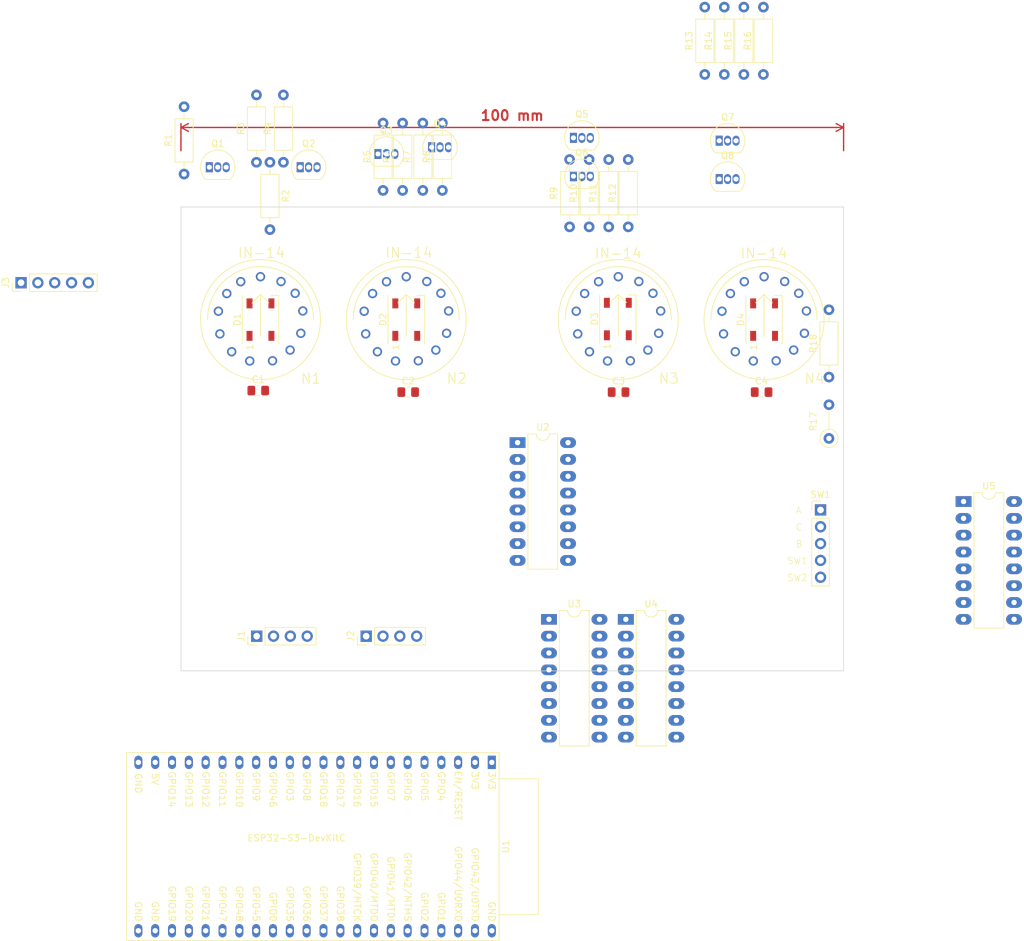
<source format=kicad_pcb>
(kicad_pcb (version 20221018) (generator pcbnew)

  (general
    (thickness 1.6)
  )

  (paper "A4")
  (layers
    (0 "F.Cu" signal)
    (31 "B.Cu" signal)
    (32 "B.Adhes" user "B.Adhesive")
    (33 "F.Adhes" user "F.Adhesive")
    (34 "B.Paste" user)
    (35 "F.Paste" user)
    (36 "B.SilkS" user "B.Silkscreen")
    (37 "F.SilkS" user "F.Silkscreen")
    (38 "B.Mask" user)
    (39 "F.Mask" user)
    (40 "Dwgs.User" user "User.Drawings")
    (41 "Cmts.User" user "User.Comments")
    (42 "Eco1.User" user "User.Eco1")
    (43 "Eco2.User" user "User.Eco2")
    (44 "Edge.Cuts" user)
    (45 "Margin" user)
    (46 "B.CrtYd" user "B.Courtyard")
    (47 "F.CrtYd" user "F.Courtyard")
    (48 "B.Fab" user)
    (49 "F.Fab" user)
    (50 "User.1" user)
    (51 "User.2" user)
    (52 "User.3" user)
    (53 "User.4" user)
    (54 "User.5" user)
    (55 "User.6" user)
    (56 "User.7" user)
    (57 "User.8" user)
    (58 "User.9" user)
  )

  (setup
    (stackup
      (layer "F.SilkS" (type "Top Silk Screen"))
      (layer "F.Paste" (type "Top Solder Paste"))
      (layer "F.Mask" (type "Top Solder Mask") (thickness 0.01))
      (layer "F.Cu" (type "copper") (thickness 0.035))
      (layer "dielectric 1" (type "core") (thickness 1.51) (material "FR4") (epsilon_r 4.5) (loss_tangent 0.02))
      (layer "B.Cu" (type "copper") (thickness 0.035))
      (layer "B.Mask" (type "Bottom Solder Mask") (thickness 0.01))
      (layer "B.Paste" (type "Bottom Solder Paste"))
      (layer "B.SilkS" (type "Bottom Silk Screen"))
      (copper_finish "None")
      (dielectric_constraints no)
    )
    (pad_to_mask_clearance 0)
    (grid_origin 50.8 50.8)
    (pcbplotparams
      (layerselection 0x00010fc_ffffffff)
      (plot_on_all_layers_selection 0x0000000_00000000)
      (disableapertmacros false)
      (usegerberextensions false)
      (usegerberattributes true)
      (usegerberadvancedattributes true)
      (creategerberjobfile true)
      (dashed_line_dash_ratio 12.000000)
      (dashed_line_gap_ratio 3.000000)
      (svgprecision 4)
      (plotframeref false)
      (viasonmask false)
      (mode 1)
      (useauxorigin false)
      (hpglpennumber 1)
      (hpglpenspeed 20)
      (hpglpendiameter 15.000000)
      (dxfpolygonmode true)
      (dxfimperialunits true)
      (dxfusepcbnewfont true)
      (psnegative false)
      (psa4output false)
      (plotreference true)
      (plotvalue true)
      (plotinvisibletext false)
      (sketchpadsonfab false)
      (subtractmaskfromsilk false)
      (outputformat 1)
      (mirror false)
      (drillshape 1)
      (scaleselection 1)
      (outputdirectory "")
    )
  )

  (net 0 "")
  (net 1 "+5V")
  (net 2 "/Horloge Nixie/USB_D-")
  (net 3 "/Horloge Nixie/USB_D+")
  (net 4 "GND")
  (net 5 "/Horloge Nixie/I2C_SCL")
  (net 6 "/Horloge Nixie/I2C_SDA")
  (net 7 "Net-(D1-DOUT)")
  (net 8 "HT")
  (net 9 "unconnected-(N1-RHDP-Pad2)")
  (net 10 "/Horloge Nixie/K0")
  (net 11 "/Horloge Nixie/K9")
  (net 12 "/Horloge Nixie/K8")
  (net 13 "/Horloge Nixie/K7")
  (net 14 "/Horloge Nixie/K6")
  (net 15 "/Horloge Nixie/K5")
  (net 16 "/Horloge Nixie/K4")
  (net 17 "/Horloge Nixie/K3")
  (net 18 "/Horloge Nixie/K2")
  (net 19 "/Horloge Nixie/K1")
  (net 20 "unconnected-(N1-LHDP-Pad13)")
  (net 21 "/Horloge Nixie/OUT_LEDs")
  (net 22 "unconnected-(N2-RHDP-Pad2)")
  (net 23 "unconnected-(N2-LHDP-Pad13)")
  (net 24 "unconnected-(N3-RHDP-Pad2)")
  (net 25 "unconnected-(N3-LHDP-Pad13)")
  (net 26 "unconnected-(N4-RHDP-Pad2)")
  (net 27 "unconnected-(N4-LHDP-Pad13)")
  (net 28 "Net-(Q1-C)")
  (net 29 "Net-(Q1-B)")
  (net 30 "Net-(Q2-C)")
  (net 31 "Net-(Q2-B)")
  (net 32 "Net-(Q3-C)")
  (net 33 "Net-(Q3-B)")
  (net 34 "Net-(Q4-C)")
  (net 35 "Net-(Q4-B)")
  (net 36 "Net-(Q5-B)")
  (net 37 "Net-(Q5-C)")
  (net 38 "Net-(Q6-B)")
  (net 39 "Net-(Q6-C)")
  (net 40 "Net-(Q7-B)")
  (net 41 "Net-(Q7-C)")
  (net 42 "Net-(Q8-B)")
  (net 43 "Net-(Q8-C)")
  (net 44 "Net-(D2-DOUT)")
  (net 45 "Net-(D3-DOUT)")
  (net 46 "unconnected-(D4-DOUT-Pad2)")
  (net 47 "/Horloge Nixie/A_M01")
  (net 48 "/Horloge Nixie/IN_PHOTO_R")
  (net 49 "unconnected-(U1-3V3-Pad1)")
  (net 50 "unconnected-(U1-CHIP_PU-Pad3)")
  (net 51 "NX1A")
  (net 52 "unconnected-(U1-GPIO15{slash}ADC2_CH4{slash}32K_P-Pad8)")
  (net 53 "unconnected-(U1-GPIO16{slash}ADC2_CH5{slash}32K_N-Pad9)")
  (net 54 "NX2A")
  (net 55 "NX3A")
  (net 56 "NX4A")
  (net 57 "/Horloge Nixie/NX1BCD4")
  (net 58 "/Horloge Nixie/NX2BCD1")
  (net 59 "/Horloge Nixie/NX2BCD2")
  (net 60 "/Horloge Nixie/NX2BCD3")
  (net 61 "/Horloge Nixie/NX4BCD3")
  (net 62 "/Horloge Nixie/NX4BCD4")
  (net 63 "/Horloge Nixie/NX2BCD4")
  (net 64 "/Horloge Nixie/NX1BCD3")
  (net 65 "/Horloge Nixie/NX3BCD1")
  (net 66 "/Horloge Nixie/NX3BCD2")
  (net 67 "unconnected-(U1-GPIO0-Pad31)")
  (net 68 "/Horloge Nixie/IN_ENC_A")
  (net 69 "/Horloge Nixie/IN_ENC_B")
  (net 70 "/Horloge Nixie/IN_ENC_SW")
  (net 71 "unconnected-(U1-GPIO38-Pad35)")
  (net 72 "unconnected-(U1-GPIO39{slash}MTCK-Pad36)")
  (net 73 "unconnected-(U1-GPIO40{slash}MTDO-Pad37)")
  (net 74 "/Horloge Nixie/NX3BCD3")
  (net 75 "/Horloge Nixie/NX3BCD4")
  (net 76 "unconnected-(U1-GPIO44{slash}U0RXD-Pad42)")
  (net 77 "/Horloge Nixie/NX4BCD1")
  (net 78 "/Horloge Nixie/NX4BCD2")
  (net 79 "/Horloge Nixie/NX1BCD2")
  (net 80 "/Horloge Nixie/NX1BCD1")
  (net 81 "/Horloge Nixie/NX1K8")
  (net 82 "/Horloge Nixie/NX1K9")
  (net 83 "/Horloge Nixie/NX1K2")
  (net 84 "/Horloge Nixie/NX1K3")
  (net 85 "/Horloge Nixie/NX1K7")
  (net 86 "/Horloge Nixie/NX1K6")
  (net 87 "/Horloge Nixie/NX1K4")
  (net 88 "/Horloge Nixie/NX1K5")
  (net 89 "/Horloge Nixie/NX1K1")
  (net 90 "/Horloge Nixie/NX1K0")
  (net 91 "/Horloge Nixie/NX2K8")
  (net 92 "/Horloge Nixie/NX2K9")
  (net 93 "/Horloge Nixie/NX2K2")
  (net 94 "/Horloge Nixie/NX2K3")
  (net 95 "/Horloge Nixie/NX2K7")
  (net 96 "/Horloge Nixie/NX2K6")
  (net 97 "/Horloge Nixie/NX2K4")
  (net 98 "/Horloge Nixie/NX2K5")
  (net 99 "/Horloge Nixie/NX2K1")
  (net 100 "/Horloge Nixie/NX2K0")
  (net 101 "/Horloge Nixie/NX3K8")
  (net 102 "/Horloge Nixie/NX3K9")
  (net 103 "/Horloge Nixie/NX3K2")
  (net 104 "/Horloge Nixie/NX3K3")
  (net 105 "/Horloge Nixie/NX3K7")
  (net 106 "/Horloge Nixie/NX3K6")
  (net 107 "/Horloge Nixie/NX3K4")
  (net 108 "/Horloge Nixie/NX3K5")
  (net 109 "/Horloge Nixie/NX3K1")
  (net 110 "/Horloge Nixie/NX3K0")
  (net 111 "/Horloge Nixie/NX4K8")
  (net 112 "/Horloge Nixie/NX4K9")
  (net 113 "/Horloge Nixie/NX4K2")
  (net 114 "/Horloge Nixie/NX4K3")
  (net 115 "/Horloge Nixie/NX4K7")
  (net 116 "/Horloge Nixie/NX4K6")
  (net 117 "/Horloge Nixie/NX4K4")
  (net 118 "/Horloge Nixie/NX4K5")
  (net 119 "/Horloge Nixie/NX4K1")
  (net 120 "/Horloge Nixie/NX4K0")

  (footprint "Capacitor_SMD:C_0805_2012Metric_Pad1.18x1.45mm_HandSolder" (layer "F.Cu") (at 116.84 78.74))

  (footprint "MountingHole:MountingHole_3.2mm_M3" (layer "F.Cu") (at 145.8 115.8))

  (footprint "Resistor_THT:R_Axial_DIN0207_L6.3mm_D2.5mm_P10.16mm_Horizontal" (layer "F.Cu") (at 90.25 48.3 90))

  (footprint "Package_TO_SOT_THT:TO-92_Inline" (layer "F.Cu") (at 110.03 40.37))

  (footprint "Package_TO_SOT_THT:TO-92_Inline" (layer "F.Cu") (at 132.03 46.59))

  (footprint "Resistor_THT:R_Axial_DIN0207_L6.3mm_D2.5mm_P10.16mm_Horizontal" (layer "F.Cu") (at 115.35 53.8 90))

  (footprint "Resistor_THT:R_Axial_DIN0207_L6.3mm_D2.5mm_P5.08mm_Vertical" (layer "F.Cu") (at 148.59 85.725 90))

  (footprint "Resistor_THT:R_Axial_DIN0207_L6.3mm_D2.5mm_P10.16mm_Horizontal" (layer "F.Cu") (at 148.59 76.47 90))

  (footprint "Kicad-VFD-Nixies-master:IN-14-mod" (layer "F.Cu") (at 62.8 67.8))

  (footprint "Connector_PinHeader_2.54mm:PinHeader_1x04_P2.54mm_Vertical" (layer "F.Cu") (at 62.23 115.57 90))

  (footprint "Resistor_THT:R_Axial_DIN0207_L6.3mm_D2.5mm_P10.16mm_Horizontal" (layer "F.Cu") (at 62.196 44.054 90))

  (footprint "Kicad-VFD-Nixies-master:IN-14-mod" (layer "F.Cu") (at 138.8 67.8))

  (footprint "Capacitor_SMD:C_0805_2012Metric_Pad1.18x1.45mm_HandSolder" (layer "F.Cu") (at 85.09 78.74))

  (footprint "LED_SMD:LED_WS2812B_PLCC4_5.0x5.0mm_P3.2mm" (layer "F.Cu") (at 62.8 67.8 90))

  (footprint "MountingHole:MountingHole_3.2mm_M3" (layer "F.Cu") (at 55.8 55.8))

  (footprint "Resistor_THT:R_Axial_DIN0207_L6.3mm_D2.5mm_P10.16mm_Horizontal" (layer "F.Cu") (at 135.75 30.8 90))

  (footprint "Resistor_THT:R_Axial_DIN0207_L6.3mm_D2.5mm_P10.16mm_Horizontal" (layer "F.Cu") (at 109.45 53.8 90))

  (footprint "Resistor_THT:R_Axial_DIN0207_L6.3mm_D2.5mm_P10.16mm_Horizontal" (layer "F.Cu") (at 51.274 45.832 90))

  (footprint "Resistor_THT:R_Axial_DIN0207_L6.3mm_D2.5mm_P10.16mm_Horizontal" (layer "F.Cu") (at 66.26 44.054 90))

  (footprint "MountingHole:MountingHole_3.2mm_M3" (layer "F.Cu") (at 55.8 115.8))

  (footprint "Kicad-VFD-Nixies-master:IN-14-mod" (layer "F.Cu") (at 116.8 67.8))

  (footprint "Resistor_THT:R_Axial_DIN0207_L6.3mm_D2.5mm_P10.16mm_Horizontal" (layer "F.Cu") (at 81.3 48.3 90))

  (footprint "Capacitor_SMD:C_0805_2012Metric_Pad1.18x1.45mm_HandSolder" (layer "F.Cu") (at 62.4625 78.5075))

  (footprint "Resistor_THT:R_Axial_DIN0207_L6.3mm_D2.5mm_P10.16mm_Horizontal" (layer "F.Cu") (at 84.25 48.3 90))

  (footprint "Package_DIP:DIP-16_W7.62mm_LongPads" (layer "F.Cu") (at 106.34 113.03))

  (footprint "Package_DIP:DIP-16_W7.62mm_LongPads" (layer "F.Cu") (at 168.91 95.25))

  (footprint "Resistor_THT:R_Axial_DIN0207_L6.3mm_D2.5mm_P10.16mm_Horizontal" (layer "F.Cu") (at 64.228 44.054 -90))

  (footprint "LED_SMD:LED_WS2812B_PLCC4_5.0x5.0mm_P3.2mm" (layer "F.Cu") (at 138.8 67.8 90))

  (footprint "Capacitor_SMD:C_0805_2012Metric_Pad1.18x1.45mm_HandSolder" (layer "F.Cu") (at 138.43 78.74))

  (footprint "Resistor_THT:R_Axial_DIN0207_L6.3mm_D2.5mm_P10.16mm_Horizontal" (layer "F.Cu") (at 129.85 30.8 90))

  (footprint "Connector_PinHeader_2.54mm:PinHeader_1x05_P2.54mm_Vertical" (layer "F.Cu") (at 147.32 96.52))

  (footprint "Package_TO_SOT_THT:TO-92_Inline" (layer "F.Cu") (at 68.8 44.8))

  (footprint "Resistor_THT:R_Axial_DIN0207_L6.3mm_D2.5mm_P10.16mm_Horizontal" (layer "F.Cu") (at 132.8 30.8 90))

  (footprint "Resistor_THT:R_Axial_DIN0207_L6.3mm_D2.5mm_P10.16mm_Horizontal" (layer "F.Cu") (at 87.3 48.3 90))

  (footprint "Package_DIP:DIP-16_W7.62mm_LongPads" (layer "F.Cu") (at 117.94 113.03))

  (footprint "Connector_PinHeader_2.54mm:PinHeader_1x04_P2.54mm_Vertical" (layer "F.Cu") (at 78.75 115.57 90))

  (footprint "Package_TO_SOT_THT:TO-92_Inline" (layer "F.Cu") (at 110.03 46.16))

  (footprint "Resistor_THT:R_Axial_DIN0207_L6.3mm_D2.5mm_P10.16mm_Horizontal" (layer "F.Cu") (at 112.4 53.8 90))

  (footprint "PCM_Espressif:ESP32-S3-DevKitC_Laurent" (layer "F.Cu") (at 97.71044 134.62 -90))

  (footprint "Kicad-VFD-Nixies-master:IN-14-mod" (layer "F.Cu") (at 84.8 67.8))

  (footprint "Package_DIP:DIP-16_W7.62mm_LongPads" (layer "F.Cu") (at 101.6 86.36))

  (footprint "Package_TO_SOT_THT:TO-92_Inline" (layer "F.Cu")
    (tstamp ea68b619-67a1-40e4-b31f-965b2b5d9b9c)
    (at 132.03 40.8)
    (descr "TO-92 leads in-line, narrow, oval pads, drill 0.75mm (see NXP sot054_po.pdf)")
    (tags "to-92 sc-43 sc-43a sot54 PA33 transistor")
    (property "Sheetfile" "untitled.kicad_sch")
    (property "Sheetname" "Horloge Nixie")
    (property "ki_description" "8A Ic, 400V Vce, Silicon Switching Power NPN Transistors, TO-220")
    (property "ki_keywords" "Switching Power NPN Transistor")
    (path "/85850350-b5ad-4932-92cb-a375dee25730/0ca726e4-7b2d-4fba-9c3f-fa1046cb65f2")
    (attr through_hole)
    (fp_text reference "Q7" (at 1.27 -3.56) (layer "F.SilkS")
    
... [39959 chars truncated]
</source>
